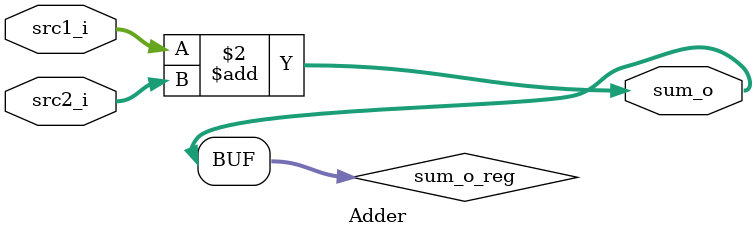
<source format=v>
module Adder(
	src1_i,
	src2_i,
	sum_o
	);
     
// I/O ports
input  [32-1:0]  src1_i;
input  [32-1:0]	 src2_i;

output [32-1:0]	 sum_o;

// Internal Signals
reg [32-1:0]	 sum_o_reg;

// Main function
always @(*) begin
	sum_o_reg = src1_i + src2_i; 
end

assign sum_o = sum_o_reg; 

endmodule                  
</source>
